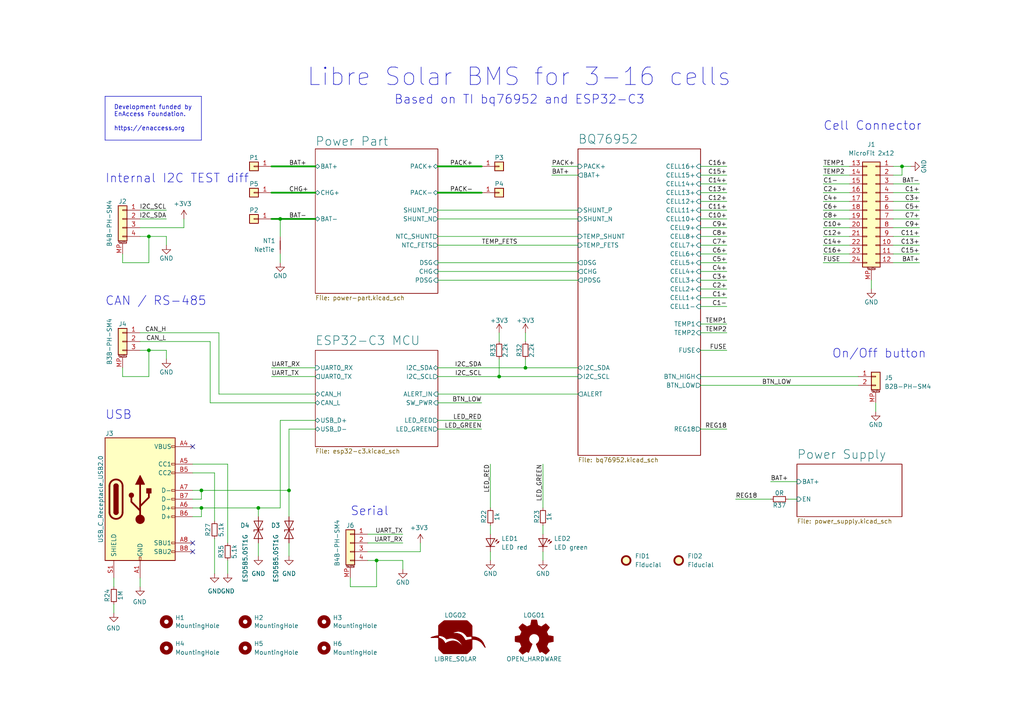
<source format=kicad_sch>
(kicad_sch (version 20230121) (generator eeschema)
  (paper "A4")
  (title_block (title "Libre Solar BMS C1") (date "2023-11-03") (rev "0.4.0") (company "Libre Solar Technologies GmbH") (comment 1 "Website: https://libre.solar") (comment 2 "Author: Martin Jäger") (comment 3 "License: CERN-OHL-W"))
  (lib_symbols
    (symbol "Connector:USB_C_Receptacle_USB2.0" (pin_names (offset 1.016))
      (property "Reference" "J" (at -10.16 19.05 0))
      (property "Value" "USB_C_Receptacle_USB2.0" (at 19.05 19.05 0))
      (symbol "USB_C_Receptacle_USB2.0_1_1"
        (pin passive line (at 0 -22.86 90) (length 5.08) (name "GND") (number "A1"))
        (pin passive line (at 0 -22.86 90) (length 5.08) hide (name "GND") (number "A12"))
        (pin passive line (at 15.24 15.24 180) (length 5.08) (name "VBUS") (number "A4"))
        (pin bidirectional line (at 15.24 10.16 180) (length 5.08) (name "CC1") (number "A5"))
        (pin bidirectional line (at 15.24 -2.54 180) (length 5.08) (name "D+") (number "A6"))
        (pin bidirectional line (at 15.24 2.54 180) (length 5.08) (name "D-") (number "A7"))
        (pin bidirectional line (at 15.24 -12.7 180) (length 5.08) (name "SBU1") (number "A8"))
        (pin passive line (at 15.24 15.24 180) (length 5.08) hide (name "VBUS") (number "A9"))
        (pin passive line (at 0 -22.86 90) (length 5.08) hide (name "GND") (number "B1"))
        (pin passive line (at 0 -22.86 90) (length 5.08) hide (name "GND") (number "B12"))
        (pin passive line (at 15.24 15.24 180) (length 5.08) hide (name "VBUS") (number "B4"))
        (pin bidirectional line (at 15.24 7.62 180) (length 5.08) (name "CC2") (number "B5"))
        (pin bidirectional line (at 15.24 -5.08 180) (length 5.08) (name "D+") (number "B6"))
        (pin bidirectional line (at 15.24 0 180) (length 5.08) (name "D-") (number "B7"))
        (pin bidirectional line (at 15.24 -15.24 180) (length 5.08) (name "SBU2") (number "B8"))
        (pin passive line (at 15.24 15.24 180) (length 5.08) hide (name "VBUS") (number "B9"))
        (pin passive line (at -7.62 -22.86 90) (length 5.08) (name "SHIELD") (number "S1"))
      )
    )
    (symbol "Connector_Generic:Conn_01x01" (pin_names (offset 1.016) hide)
      (property "Reference" "J" (at 0 2.54 0))
      (property "Value" "Conn_01x01" (at 0 -2.54 0))
      (symbol "Conn_01x01_1_1"
        (pin passive line (at -5.08 0 0) (length 3.81) (name "Pin_1") (number "1"))
      )
    )
    (symbol "Connector_Generic_MountingPin:Conn_01x02_MountingPin" (pin_names (offset 1.016) hide)
      (property "Reference" "J" (at 0 2.54 0))
      (property "Value" "Conn_01x02_MountingPin" (at 1.27 -5.08 0))
      (symbol "Conn_01x02_MountingPin_1_1"
        (text "Mounting" (at 0 -4.191 0) (effects (font (size 0.381 0.381))))
        (pin passive line (at -5.08 0 0) (length 3.81) (name "Pin_1") (number "1"))
        (pin passive line (at -5.08 -2.54 0) (length 3.81) (name "Pin_2") (number "2"))
        (pin passive line (at 0 -7.62 90) (length 3.048) (name "MountPin") (number "MP"))
      )
    )
    (symbol "Connector_Generic_MountingPin:Conn_01x03_MountingPin" (pin_names (offset 1.016) hide)
      (property "Reference" "J" (at 0 5.08 0))
      (property "Value" "Conn_01x03_MountingPin" (at 1.27 -5.08 0))
      (symbol "Conn_01x03_MountingPin_1_1"
        (text "Mounting" (at 0 -4.191 0) (effects (font (size 0.381 0.381))))
        (pin passive line (at -5.08 2.54 0) (length 3.81) (name "Pin_1") (number "1"))
        (pin passive line (at -5.08 0 0) (length 3.81) (name "Pin_2") (number "2"))
        (pin passive line (at -5.08 -2.54 0) (length 3.81) (name "Pin_3") (number "3"))
        (pin passive line (at 0 -7.62 90) (length 3.048) (name "MountPin") (number "MP"))
      )
    )
    (symbol "Connector_Generic_MountingPin:Conn_01x04_MountingPin" (pin_names (offset 1.016) hide)
      (property "Reference" "J" (at 0 5.08 0))
      (property "Value" "Conn_01x04_MountingPin" (at 1.27 -7.62 0))
      (symbol "Conn_01x04_MountingPin_1_1"
        (text "Mounting" (at 0 -6.731 0) (effects (font (size 0.381 0.381))))
        (pin passive line (at -5.08 2.54 0) (length 3.81) (name "Pin_1") (number "1"))
        (pin passive line (at -5.08 0 0) (length 3.81) (name "Pin_2") (number "2"))
        (pin passive line (at -5.08 -2.54 0) (length 3.81) (name "Pin_3") (number "3"))
        (pin passive line (at -5.08 -5.08 0) (length 3.81) (name "Pin_4") (number "4"))
        (pin passive line (at 0 -10.16 90) (length 3.048) (name "MountPin") (number "MP"))
      )
    )
    (symbol "Connector_Generic_MountingPin:Conn_02x12_Top_Bottom_MountingPin" (pin_names (offset 1.016) hide)
      (property "Reference" "J" (at 1.27 15.24 0))
      (property "Value" "Conn_02x12_Top_Bottom_MountingPin" (at 2.54 -17.78 0))
      (symbol "Conn_02x12_Top_Bottom_MountingPin_1_1"
        (text "Mounting" (at 1.27 -16.891 0) (effects (font (size 0.381 0.381))))
        (pin passive line (at -5.08 12.7 0) (length 3.81) (name "Pin_1") (number "1"))
        (pin passive line (at -5.08 -10.16 0) (length 3.81) (name "Pin_10") (number "10"))
        (pin passive line (at -5.08 -12.7 0) (length 3.81) (name "Pin_11") (number "11"))
        (pin passive line (at -5.08 -15.24 0) (length 3.81) (name "Pin_12") (number "12"))
        (pin passive line (at 7.62 12.7 180) (length 3.81) (name "Pin_13") (number "13"))
        (pin passive line (at 7.62 10.16 180) (length 3.81) (name "Pin_14") (number "14"))
        (pin passive line (at 7.62 7.62 180) (length 3.81) (name "Pin_15") (number "15"))
        (pin passive line (at 7.62 5.08 180) (length 3.81) (name "Pin_16") (number "16"))
        (pin passive line (at 7.62 2.54 180) (length 3.81) (name "Pin_17") (number "17"))
        (pin passive line (at 7.62 0 180) (length 3.81) (name "Pin_18") (number "18"))
        (pin passive line (at 7.62 -2.54 180) (length 3.81) (name "Pin_19") (number "19"))
        (pin passive line (at -5.08 10.16 0) (length 3.81) (name "Pin_2") (number "2"))
        (pin passive line (at 7.62 -5.08 180) (length 3.81) (name "Pin_20") (number "20"))
        (pin passive line (at 7.62 -7.62 180) (length 3.81) (name "Pin_21") (number "21"))
        (pin passive line (at 7.62 -10.16 180) (length 3.81) (name "Pin_22") (number "22"))
        (pin passive line (at 7.62 -12.7 180) (length 3.81) (name "Pin_23") (number "23"))
        (pin passive line (at 7.62 -15.24 180) (length 3.81) (name "Pin_24") (number "24"))
        (pin passive line (at -5.08 7.62 0) (length 3.81) (name "Pin_3") (number "3"))
        (pin passive line (at -5.08 5.08 0) (length 3.81) (name "Pin_4") (number "4"))
        (pin passive line (at -5.08 2.54 0) (length 3.81) (name "Pin_5") (number "5"))
        (pin passive line (at -5.08 0 0) (length 3.81) (name "Pin_6") (number "6"))
        (pin passive line (at -5.08 -2.54 0) (length 3.81) (name "Pin_7") (number "7"))
        (pin passive line (at -5.08 -5.08 0) (length 3.81) (name "Pin_8") (number "8"))
        (pin passive line (at -5.08 -7.62 0) (length 3.81) (name "Pin_9") (number "9"))
        (pin passive line (at 1.27 -20.32 90) (length 3.048) (name "MountPin") (number "MP"))
      )
    )
    (symbol "Device:NetTie_2" (pin_numbers hide) (pin_names (offset 0) hide)
      (property "Reference" "NT" (at 0 1.27 0))
      (property "Value" "NetTie_2" (at 0 -1.27 0))
      (symbol "NetTie_2_1_1"
        (pin passive line (at -2.54 0 0) (length 2.54) (name "1") (number "1"))
        (pin passive line (at 2.54 0 180) (length 2.54) (name "2") (number "2"))
      )
    )
    (symbol "Diode:SZESD9B5.0ST5G" (pin_numbers hide) (pin_names (offset 1.016) hide)
      (property "Reference" "D" (at 0 2.54 0))
      (property "Value" "SZESD9B5.0ST5G" (at 0 -2.54 0))
      (symbol "SZESD9B5.0ST5G_1_1"
        (pin passive line (at -3.81 0 0) (length 2.54) (name "A1") (number "1"))
        (pin passive line (at 3.81 0 180) (length 2.54) (name "A2") (number "2"))
      )
    )
    (symbol "Graphic:Logo_Open_Hardware_Small" (pin_names (offset 1.016)))
    (symbol "LibreSolar:LED" (pin_numbers hide) (pin_names (offset 1.016) hide)
      (property "Reference" "D" (at 3.175 1.27 0))
      (property "Value" "LED" (at 3.175 -1.27 0))
      (symbol "LED_1_1"
        (pin passive line (at 0 -2.54 90) (length 1.27) (name "K") (number "1"))
        (pin passive line (at 0 2.54 270) (length 1.27) (name "A") (number "2"))
      )
    )
    (symbol "LibreSolar:Logo_Libre_Solar" (pin_numbers hide) (pin_names (offset 1.016) hide)
      (property "Reference" "LOGO" (at 0 6.985 0))
      (property "Value" "Logo_Libre_Solar" (at 0 -5.715 0))
    )
    (symbol "LibreSolar:R" (pin_numbers hide) (pin_names (offset 0.254) hide)
      (property "Reference" "R" (at -1.905 0 90))
      (property "Value" "R" (at 1.905 0 90))
      (symbol "R_1_1"
        (pin passive line (at 0 2.54 270) (length 0.762) (name "~") (number "1"))
        (pin passive line (at 0 -2.54 90) (length 0.762) (name "~") (number "2"))
      )
    )
    (symbol "Mechanical:Fiducial"
      (property "Reference" "FID" (at 0 5.08 0))
      (property "Value" "Fiducial" (at 0 3.175 0))
    )
    (symbol "Mechanical:MountingHole" (pin_names (offset 1.016))
      (property "Reference" "H" (at 0 5.08 0))
      (property "Value" "MountingHole" (at 0 3.175 0))
    )
    (symbol "power:+3.3V" (power) (pin_names (offset 0))
      (property "Value" "+3.3V" (at 0 3.556 0))
      (symbol "+3.3V_1_1"
        (pin power_in line (at 0 0 90) (length 0) hide (name "+3V3") (number "1"))
      )
    )
    (symbol "power:+3V3" (power) (pin_names (offset 0))
      (property "Value" "+3V3" (at 0 3.556 0))
      (symbol "+3V3_1_1"
        (pin power_in line (at 0 0 90) (length 0) hide (name "+3V3") (number "1"))
      )
    )
    (symbol "power:GND" (power) (pin_names (offset 0))
      (property "Value" "GND" (at 0 -3.81 0))
      (symbol "GND_1_1"
        (pin power_in line (at 0 0 270) (length 0) hide (name "GND") (number "1"))
      )
    )
  )
  (junction (at 43.18 68.58))
  (junction (at 74.93 147.32))
  (junction (at 152.4 106.68))
  (junction (at 43.18 101.6))
  (junction (at 58.42 142.24))
  (junction (at 81.28 63.5))
  (junction (at 83.82 142.24))
  (junction (at 58.42 147.32))
  (junction (at 261.62 48.26))
  (junction (at 144.78 109.22))
  (junction (at 109.22 162.56))
  (no_connect (at 55.88 160.02))
  (no_connect (at 55.88 129.54))
  (no_connect (at 55.88 157.48))
  (wire (pts (xy 53.34 66.04) (xy 40.64 66.04)))
  (wire (pts (xy 35.56 106.68) (xy 35.56 109.22)))
  (wire (pts (xy 259.08 55.88) (xy 266.7 55.88)))
  (wire (pts (xy 127 78.74) (xy 167.64 78.74)))
  (wire (pts (xy 238.76 60.96) (xy 246.38 60.96)))
  (wire (pts (xy 74.93 147.32) (xy 74.93 149.86)))
  (wire (pts (xy 160.02 48.26) (xy 167.64 48.26)))
  (wire (pts (xy 66.04 134.62) (xy 66.04 157.48)))
  (wire (pts (xy 127 63.5) (xy 167.64 63.5)))
  (wire (pts (xy 238.76 73.66) (xy 246.38 73.66)))
  (wire (pts (xy 152.4 104.14) (xy 152.4 106.68)))
  (wire (pts (xy 139.7 124.46) (xy 127 124.46)))
  (wire (pts (xy 48.26 68.58) (xy 43.18 68.58)))
  (wire (pts (xy 127 114.3) (xy 167.64 114.3)))
  (wire (pts (xy 101.6 167.64) (xy 101.6 170.18)))
  (wire (pts (xy 259.08 71.12) (xy 266.7 71.12)))
  (wire (pts (xy 35.56 76.2) (xy 43.18 76.2)))
  (wire (pts (xy 210.82 88.9) (xy 203.2 88.9)))
  (wire (pts (xy 127 76.2) (xy 167.64 76.2)))
  (wire (pts (xy 152.4 106.68) (xy 167.64 106.68)))
  (wire (pts (xy 210.82 76.2) (xy 203.2 76.2)))
  (wire (pts (xy 210.82 60.96) (xy 203.2 60.96)))
  (wire (pts (xy 259.08 68.58) (xy 266.7 68.58)))
  (wire (pts (xy 91.44 116.84) (xy 60.96 116.84)))
  (wire (pts (xy 78.74 63.5) (xy 81.28 63.5)) (stroke (width 0.508)))
  (wire (pts (xy 83.82 124.46) (xy 83.82 142.24)))
  (wire (pts (xy 35.56 109.22) (xy 43.18 109.22)))
  (wire (pts (xy 81.28 147.32) (xy 74.93 147.32)))
  (wire (pts (xy 91.44 121.92) (xy 81.28 121.92)))
  (wire (pts (xy 91.44 114.3) (xy 63.5 114.3)))
  (wire (pts (xy 58.42 149.86) (xy 55.88 149.86)))
  (wire (pts (xy 81.28 73.66) (xy 81.28 76.2)))
  (wire (pts (xy 81.28 63.5) (xy 81.28 68.58)))
  (wire (pts (xy 210.82 78.74) (xy 203.2 78.74)))
  (wire (pts (xy 238.76 66.04) (xy 246.38 66.04)))
  (wire (pts (xy 83.82 142.24) (xy 83.82 149.86)))
  (wire (pts (xy 33.02 175.26) (xy 33.02 177.8)))
  (wire (pts (xy 63.5 96.52) (xy 63.5 114.3)))
  (wire (pts (xy 81.28 63.5) (xy 91.44 63.5)) (stroke (width 0.508)))
  (wire (pts (xy 238.76 55.88) (xy 246.38 55.88)))
  (wire (pts (xy 101.6 170.18) (xy 109.22 170.18)))
  (wire (pts (xy 142.24 160.02) (xy 142.24 162.56)))
  (wire (pts (xy 144.78 109.22) (xy 127 109.22)))
  (wire (pts (xy 259.08 48.26) (xy 261.62 48.26)))
  (wire (pts (xy 40.64 101.6) (xy 43.18 101.6)))
  (wire (pts (xy 48.26 63.5) (xy 40.64 63.5)))
  (wire (pts (xy 83.82 124.46) (xy 91.44 124.46)))
  (wire (pts (xy 55.88 134.62) (xy 66.04 134.62)))
  (wire (pts (xy 261.62 48.26) (xy 261.62 50.8)))
  (wire (pts (xy 109.22 162.56) (xy 106.68 162.56)))
  (wire (pts (xy 35.56 73.66) (xy 35.56 76.2)))
  (wire (pts (xy 40.64 170.18) (xy 40.64 167.64)))
  (wire (pts (xy 210.82 96.52) (xy 203.2 96.52)))
  (wire (pts (xy 210.82 68.58) (xy 203.2 68.58)))
  (wire (pts (xy 58.42 147.32) (xy 74.93 147.32)))
  (wire (pts (xy 203.2 109.22) (xy 248.92 109.22)))
  (wire (pts (xy 116.84 162.56) (xy 109.22 162.56)))
  (wire (pts (xy 48.26 101.6) (xy 48.26 104.14)))
  (polyline (pts (xy 58.42 27.94) (xy 58.42 40.64)))
  (wire (pts (xy 238.76 71.12) (xy 246.38 71.12)))
  (wire (pts (xy 40.64 96.52) (xy 63.5 96.52)))
  (wire (pts (xy 109.22 170.18) (xy 109.22 162.56)))
  (wire (pts (xy 142.24 152.4) (xy 142.24 154.94)))
  (wire (pts (xy 78.74 55.88) (xy 91.44 55.88)) (stroke (width 0.508)))
  (wire (pts (xy 266.7 76.2) (xy 259.08 76.2)))
  (wire (pts (xy 266.7 53.34) (xy 259.08 53.34)))
  (wire (pts (xy 210.82 55.88) (xy 203.2 55.88)))
  (wire (pts (xy 157.48 160.02) (xy 157.48 162.56)))
  (wire (pts (xy 48.26 60.96) (xy 40.64 60.96)))
  (wire (pts (xy 144.78 104.14) (xy 144.78 109.22)))
  (wire (pts (xy 261.62 50.8) (xy 259.08 50.8)))
  (wire (pts (xy 238.76 68.58) (xy 246.38 68.58)))
  (polyline (pts (xy 30.48 27.94) (xy 58.42 27.94)))
  (wire (pts (xy 91.44 106.68) (xy 78.74 106.68)))
  (wire (pts (xy 246.38 50.8) (xy 238.76 50.8)))
  (wire (pts (xy 142.24 134.62) (xy 142.24 147.32)))
  (wire (pts (xy 210.82 83.82) (xy 203.2 83.82)))
  (wire (pts (xy 259.08 66.04) (xy 266.7 66.04)))
  (wire (pts (xy 127 55.88) (xy 139.7 55.88)) (stroke (width 0.508)))
  (wire (pts (xy 40.64 99.06) (xy 60.96 99.06)))
  (wire (pts (xy 238.76 63.5) (xy 246.38 63.5)))
  (wire (pts (xy 55.88 144.78) (xy 58.42 144.78)))
  (wire (pts (xy 139.7 116.84) (xy 127 116.84)))
  (wire (pts (xy 210.82 58.42) (xy 203.2 58.42)))
  (wire (pts (xy 62.23 151.13) (xy 62.23 137.16)))
  (wire (pts (xy 238.76 53.34) (xy 246.38 53.34)))
  (wire (pts (xy 81.28 121.92) (xy 81.28 147.32)))
  (wire (pts (xy 210.82 53.34) (xy 203.2 53.34)))
  (wire (pts (xy 127 60.96) (xy 167.64 60.96)))
  (wire (pts (xy 246.38 76.2) (xy 238.76 76.2)))
  (wire (pts (xy 55.88 147.32) (xy 58.42 147.32)))
  (wire (pts (xy 78.74 48.26) (xy 91.44 48.26)) (stroke (width 0.508)))
  (wire (pts (xy 246.38 48.26) (xy 238.76 48.26)))
  (wire (pts (xy 210.82 66.04) (xy 203.2 66.04)))
  (wire (pts (xy 152.4 106.68) (xy 127 106.68)))
  (wire (pts (xy 127 81.28) (xy 167.64 81.28)))
  (wire (pts (xy 210.82 86.36) (xy 203.2 86.36)))
  (wire (pts (xy 43.18 109.22) (xy 43.18 101.6)))
  (wire (pts (xy 254 116.84) (xy 254 119.38)))
  (wire (pts (xy 60.96 99.06) (xy 60.96 116.84)))
  (wire (pts (xy 238.76 58.42) (xy 246.38 58.42)))
  (wire (pts (xy 62.23 137.16) (xy 55.88 137.16)))
  (wire (pts (xy 127 68.58) (xy 167.64 68.58)))
  (wire (pts (xy 259.08 58.42) (xy 266.7 58.42)))
  (wire (pts (xy 259.08 60.96) (xy 266.7 60.96)))
  (wire (pts (xy 203.2 124.46) (xy 210.82 124.46)))
  (wire (pts (xy 264.16 48.26) (xy 261.62 48.26)))
  (wire (pts (xy 203.2 101.6) (xy 210.82 101.6)))
  (wire (pts (xy 139.7 121.92) (xy 127 121.92)))
  (polyline (pts (xy 30.48 27.94) (xy 30.48 40.64)))
  (wire (pts (xy 58.42 147.32) (xy 58.42 149.86)))
  (wire (pts (xy 210.82 71.12) (xy 203.2 71.12)))
  (wire (pts (xy 157.48 134.62) (xy 157.48 147.32)))
  (wire (pts (xy 210.82 63.5) (xy 203.2 63.5)))
  (wire (pts (xy 66.04 162.56) (xy 66.04 166.37)))
  (wire (pts (xy 152.4 96.52) (xy 152.4 99.06)))
  (wire (pts (xy 144.78 109.22) (xy 167.64 109.22)))
  (wire (pts (xy 116.84 162.56) (xy 116.84 165.1)))
  (wire (pts (xy 210.82 81.28) (xy 203.2 81.28)))
  (wire (pts (xy 74.93 157.48) (xy 74.93 161.29)))
  (polyline (pts (xy 58.42 40.64) (xy 30.48 40.64)))
  (wire (pts (xy 58.42 142.24) (xy 83.82 142.24)))
  (wire (pts (xy 62.23 156.21) (xy 62.23 166.37)))
  (wire (pts (xy 116.84 157.48) (xy 106.68 157.48)))
  (wire (pts (xy 160.02 50.8) (xy 167.64 50.8)))
  (wire (pts (xy 259.08 73.66) (xy 266.7 73.66)))
  (wire (pts (xy 48.26 68.58) (xy 48.26 71.12)))
  (wire (pts (xy 43.18 68.58) (xy 40.64 68.58)))
  (wire (pts (xy 43.18 101.6) (xy 48.26 101.6)))
  (wire (pts (xy 127 71.12) (xy 167.64 71.12)))
  (wire (pts (xy 53.34 66.04) (xy 53.34 63.5)))
  (wire (pts (xy 252.73 81.28) (xy 252.73 83.82)))
  (wire (pts (xy 58.42 142.24) (xy 55.88 142.24)))
  (wire (pts (xy 127 48.26) (xy 139.7 48.26)) (stroke (width 0.508)))
  (wire (pts (xy 213.36 144.78) (xy 223.52 144.78)))
  (wire (pts (xy 210.82 50.8) (xy 203.2 50.8)))
  (wire (pts (xy 203.2 111.76) (xy 248.92 111.76)))
  (wire (pts (xy 231.14 139.7) (xy 223.52 139.7)))
  (wire (pts (xy 83.82 157.48) (xy 83.82 161.29)))
  (wire (pts (xy 228.6 144.78) (xy 231.14 144.78)))
  (wire (pts (xy 210.82 48.26) (xy 203.2 48.26)))
  (wire (pts (xy 259.08 63.5) (xy 266.7 63.5)))
  (wire (pts (xy 91.44 109.22) (xy 78.74 109.22)))
  (wire (pts (xy 121.92 160.02) (xy 121.92 157.48)))
  (wire (pts (xy 116.84 154.94) (xy 106.68 154.94)))
  (wire (pts (xy 210.82 93.98) (xy 203.2 93.98)))
  (wire (pts (xy 157.48 152.4) (xy 157.48 154.94)))
  (wire (pts (xy 121.92 160.02) (xy 106.68 160.02)))
  (wire (pts (xy 210.82 73.66) (xy 203.2 73.66)))
  (wire (pts (xy 43.18 76.2) (xy 43.18 68.58)))
  (wire (pts (xy 58.42 144.78) (xy 58.42 142.24)))
  (wire (pts (xy 144.78 96.52) (xy 144.78 99.06)))
  (wire (pts (xy 33.02 167.64) (xy 33.02 170.18)))
  (text "Based on TI bq76952 and ESP32-C3" (at 114.3 30.48 0) (effects (font (size 2.54 2.54)) (justify left bottom)))
  (text "CAN / RS-485" (at 30.48 88.9 0) (effects (font (size 2.54 2.54)) (justify left bottom)))
  (text "Development funded by\nEnAccess Foundation.\n\nhttps://enaccess.org" (at 33.02 38.1 0) (effects (font (size 1.27 1.27)) (justify left bottom)))
  (text "USB" (at 30.48 121.92 0) (effects (font (size 2.54 2.54)) (justify left bottom)))
  (text "Serial" (at 101.6 149.86 0) (effects (font (size 2.54 2.54)) (justify left bottom)))
  (text "Libre Solar BMS for 3-16 cells" (at 88.9 25.4 0) (effects (font (size 5.08 5.08)) (justify left bottom)))
  (text "Cell Connector" (at 238.76 38.1 0) (effects (font (size 2.54 2.54)) (justify left bottom)))
  (text "Internal I2C TEST diff" (at 30.48 53.34 0) (effects (font (size 2.54 2.54)) (justify left bottom)))
  (text "On/Off button" (at 241.3 104.14 0) (effects (font (size 2.54 2.54)) (justify left bottom)))
  (label "REG18" (at 213.36 144.78 0))
  (label "C8+" (at 210.82 68.58 180))
  (label "C2+" (at 238.76 55.88 0))
  (label "CAN_L" (at 48.26 99.06 180))
  (label "TEMP1" (at 210.82 93.98 180))
  (label "UART_TX" (at 116.84 154.94 180))
  (label "C16+" (at 238.76 73.66 0))
  (label "BAT+" (at 266.7 76.2 180))
  (label "C12+" (at 210.82 58.42 180))
  (label "C2+" (at 210.82 83.82 180))
  (label "C1+" (at 210.82 86.36 180))
  (label "C14+" (at 210.82 53.34 180))
  (label "PACK+" (at 160.02 48.26 0))
  (label "I2C_SDA" (at 139.7 106.68 180))
  (label "I2C_SCL" (at 139.7 109.22 180))
  (label "C7+" (at 266.7 63.5 180))
  (label "C8+" (at 238.76 63.5 0))
  (label "UART_RX" (at 78.74 106.68 0))
  (label "C1-" (at 238.76 53.34 0))
  (label "C6+" (at 210.82 73.66 180))
  (label "C5+" (at 266.7 60.96 180))
  (label "C7+" (at 210.82 71.12 180))
  (label "C4+" (at 210.82 78.74 180))
  (label "FUSE" (at 210.82 101.6 180))
  (label "LED_GREEN" (at 139.7 124.46 180))
  (label "FUSE" (at 238.76 76.2 0))
  (label "UART_TX" (at 78.74 109.22 0))
  (label "C12+" (at 238.76 68.58 0))
  (label "PACK+" (at 137.16 48.26 180))
  (label "PACK-" (at 137.16 55.88 180))
  (label "C10+" (at 210.82 63.5 180))
  (label "C4+" (at 238.76 58.42 0))
  (label "TEMP2" (at 210.82 96.52 180))
  (label "C13+" (at 210.82 55.88 180))
  (label "TEMP2" (at 238.76 50.8 0))
  (label "CHG+" (at 83.82 55.88 0))
  (label "REG18" (at 210.82 124.46 180))
  (label "C15+" (at 266.7 73.66 180))
  (label "C11+" (at 210.82 60.96 180))
  (label "BAT-" (at 266.7 53.34 180))
  (label "C6+" (at 238.76 60.96 0))
  (label "C1-" (at 210.82 88.9 180))
  (label "BTN_LOW" (at 220.98 111.76 0))
  (label "UART_RX" (at 116.84 157.48 180))
  (label "TEMP1" (at 238.76 48.26 0))
  (label "C13+" (at 266.7 71.12 180))
  (label "BAT+" (at 83.82 48.26 0))
  (label "BAT+" (at 160.02 50.8 0))
  (label "C11+" (at 266.7 68.58 180))
  (label "C10+" (at 238.76 66.04 0))
  (label "C9+" (at 210.82 66.04 180))
  (label "LED_RED" (at 142.24 134.62 270))
  (label "BAT-" (at 83.82 63.5 0))
  (label "LED_RED" (at 139.7 121.92 180))
  (label "I2C_SDA" (at 48.26 63.5 180))
  (label "TEMP_FETS" (at 139.7 71.12 0))
  (label "BAT+" (at 223.52 139.7 0))
  (label "BTN_LOW" (at 139.7 116.84 180))
  (label "C3+" (at 210.82 81.28 180))
  (label "LED_GREEN" (at 157.48 134.62 270))
  (label "C5+" (at 210.82 76.2 180))
  (label "C14+" (at 238.76 71.12 0))
  (label "CAN_H" (at 48.26 96.52 180))
  (label "I2C_SCL" (at 48.26 60.96 180))
  (label "C15+" (at 210.82 50.8 180))
  (label "C1+" (at 266.7 55.88 180))
  (label "C9+" (at 266.7 66.04 180))
  (label "C3+" (at 266.7 58.42 180))
  (label "C16+" (at 210.82 48.26 180))
  (symbol (lib_id "LibreSolar:Logo_Libre_Solar") (at 132.08 185.42 0) (unit 1)
    (property "Reference" "LOGO2" (at 132.08 178.435 0))
    (property "Value" "LIBRE_SOLAR" (at 132.08 191.135 0))
    (property "Footprint" "LibreSolar:LIBRESOLAR_LOGO" (effects hide))
  )
  (symbol (lib_id "Graphic:Logo_Open_Hardware_Small") (at 154.94 185.42 0) (unit 1)
    (property "Reference" "LOGO1" (at 154.94 178.435 0))
    (property "Value" "OPEN_HARDWARE" (at 154.94 191.135 0))
    (property "Footprint" "Symbol:OSHW-Logo_5.7x6mm_SilkScreen" (effects hide))
  )
  (symbol (lib_id "power:GND") (at 40.64 170.18 0) (mirror y) (unit 1)
    (property "Reference" "#PWR0116" (effects hide))
    (property "Value" "GND" (at 40.513 174.5742 0))
  )
  (symbol (lib_id "Mechanical:MountingHole") (at 48.26 180.34 0) (unit 1)
    (property "Reference" "H1" (at 50.8 179.1716 0) (effects (justify left)))
    (property "Value" "MountingHole" (at 50.8 181.483 0) (effects (justify left)))
    (property "Footprint" "MountingHole:MountingHole_3.2mm_M3_Pad_TopBottom" (effects hide))
  )
  (symbol (lib_id "Mechanical:MountingHole") (at 71.12 180.34 0) (unit 1)
    (property "Reference" "H2" (at 73.66 179.1716 0) (effects (justify left)))
    (property "Value" "MountingHole" (at 73.66 181.483 0) (effects (justify left)))
    (property "Footprint" "MountingHole:MountingHole_3.2mm_M3_Pad_TopBottom" (effects hide))
  )
  (symbol (lib_id "power:+3V3") (at 53.34 63.5 0) (mirror y) (unit 1)
    (property "Reference" "#PWR0146" (effects hide))
    (property "Value" "+3V3" (at 52.959 59.1058 0))
  )
  (symbol (lib_id "Connector_Generic_MountingPin:Conn_01x04_MountingPin") (at 35.56 63.5 0) (mirror y) (unit 1)
    (property "Reference" "J2" (at 35.56 58.42 0))
    (property "Value" "B4B-PH-SM4" (at 31.75 64.77 90))
    (property "Footprint" "Connector_JST:JST_PH_B4B-PH-SM4-TB_1x04-1MP_P2.00mm_Vertical" (effects hide))
    (property "Manufacturer" "JST" (effects hide))
    (property "Remarks" "Alternative: Würth 620304124022" (effects hide))
    (property "PartNumber" "B4B-PH-SM4-TB(LF)(SN)" (effects hide))
    (property "LCSC" "C160354" (effects hide))
  )
  (symbol (lib_id "power:GND") (at 81.28 76.2 0) (mirror y) (unit 1)
    (property "Reference" "#PWR0107" (effects hide))
    (property "Value" "GND" (at 81.28 80.01 0))
  )
  (symbol (lib_id "Connector_Generic_MountingPin:Conn_01x02_MountingPin") (at 254 109.22 0) (unit 1)
    (property "Reference" "J5" (at 256.54 109.5755 0) (effects (justify left)))
    (property "Value" "B2B-PH-SM4" (at 256.54 112.1155 0) (effects (justify left)))
    (property "Footprint" "Connector_JST:JST_PH_B2B-PH-SM4-TB_1x02-1MP_P2.00mm_Vertical" (effects hide))
    (property "Manufacturer" "JST" (effects hide))
    (property "Remarks" "Alternative: Würth 620302124022" (effects hide))
    (property "PartNumber" "B2B-PH-SM4-TB(LF)(SN)" (effects hide))
    (property "LCSC" "C160352" (effects hide))
  )
  (symbol (lib_id "Diode:SZESD9B5.0ST5G") (at 83.82 153.67 270) (mirror x) (unit 1)
    (property "Reference" "D3" (at 81.28 152.3999 90) (effects (justify right)))
    (property "Value" "ESD5B5.0ST1G" (at 80.01 154.94 0) (effects (justify right)))
    (property "Footprint" "LibreSolar:D_SOD-523" (effects hide))
    (property "Datasheet" "https://www.mouser.de/datasheet/2/308/1/ESD5B5_0ST1_D-2311335.pdf" (effects hide))
    (property "Manufacturer" "onsemi" (effects hide))
    (property "PartNumber" "ESD5B5.0ST1G" (effects hide))
    (property "LCSC" "C93623" (effects hide))
  )
  (symbol (lib_id "power:+3V3") (at 121.92 157.48 0) (mirror y) (unit 1)
    (property "Reference" "#PWR0147" (effects hide))
    (property "Value" "+3V3" (at 121.539 153.0858 0))
  )
  (symbol (lib_id "power:GND") (at 33.02 177.8 0) (mirror y) (unit 1)
    (property "Reference" "#PWR011" (effects hide))
    (property "Value" "GND" (at 32.893 182.1942 0))
  )
  (symbol (lib_id "LibreSolar:R") (at 33.02 172.72 0) (mirror x) (unit 1)
    (property "Reference" "R24" (at 31.115 172.72 90))
    (property "Value" "1M" (at 34.925 172.72 90))
    (property "Footprint" "LibreSolar:R_0603_1608" (effects hide))
    (property "Manufacturer" "Yageo" (effects hide))
    (property "PartNumber" "RC0603FR-071ML" (effects hide))
  )
  (symbol (lib_id "Connector_Generic_MountingPin:Conn_02x12_Top_Bottom_MountingPin") (at 254 60.96 0) (mirror y) (unit 1)
    (property "Reference" "J1" (at 252.73 41.91 0))
    (property "Value" "MicroFit 2x12" (at 252.73 44.45 0))
    (property "Footprint" "Connector_Molex:Molex_Micro-Fit_3.0_43045-2410_2x12-1MP_P3.00mm_Horizontal" (effects hide))
    (property "Manufacturer" "Würth" (effects hide))
    (property "PartNumber" "662024231722" (effects hide))
    (property "Remarks" "Mating connector: 662024113322" (effects hide))
  )
  (symbol (lib_id "Connector_Generic:Conn_01x01") (at 144.78 55.88 0) (unit 1)
    (property "Reference" "P4" (at 144.78 53.34 0))
    (property "Value" "CONN_01X01" (effects hide))
    (property "Footprint" "LibreSolar:Wuerth_PowerOne_SMD_LF990005" (effects hide))
    (property "Manufacturer" "Erni" (effects hide))
    (property "PartNumber" "225852-E" (effects hide))
    (property "Remarks" "Alternative: Würth LF990005" (effects hide))
    (property "LCSC" "C3217898" (effects hide))
  )
  (symbol (lib_id "Mechanical:Fiducial") (at 196.85 162.56 0) (unit 1)
    (property "Reference" "FID2" (at 199.39 161.2899 0) (effects (justify left)))
    (property "Value" "Fiducial" (at 199.39 163.8299 0) (effects (justify left)))
    (property "Footprint" "Fiducial:Fiducial_1mm_Mask2mm" (effects hide))
  )
  (symbol (lib_id "power:GND") (at 252.73 83.82 0) (mirror y) (unit 1)
    (property "Reference" "#PWR0155" (effects hide))
    (property "Value" "GND" (at 252.73 87.63 0))
  )
  (symbol (lib_id "Mechanical:Fiducial") (at 181.61 162.56 0) (unit 1)
    (property "Reference" "FID1" (at 184.15 161.2899 0) (effects (justify left)))
    (property "Value" "Fiducial" (at 184.15 163.8299 0) (effects (justify left)))
    (property "Footprint" "Fiducial:Fiducial_1mm_Mask2mm" (effects hide))
  )
  (symbol (lib_id "power:GND") (at 264.16 48.26 90) (unit 1)
    (property "Reference" "#PWR0110" (effects hide))
    (property "Value" "GND" (at 267.97 48.26 0))
  )
  (symbol (lib_id "Connector_Generic:Conn_01x01") (at 73.66 63.5 0) (mirror y) (unit 1)
    (property "Reference" "P2" (at 73.66 60.96 0))
    (property "Value" "CONN_01X01" (effects hide))
    (property "Footprint" "LibreSolar:Wuerth_PowerOne_SMD_LF990005" (effects hide))
    (property "Manufacturer" "Erni" (effects hide))
    (property "PartNumber" "225852-E" (effects hide))
    (property "Remarks" "Alternative: Würth LF990005" (effects hide))
    (property "LCSC" "C3217898" (effects hide))
  )
  (symbol (lib_id "Connector_Generic:Conn_01x01") (at 144.78 48.26 0) (unit 1)
    (property "Reference" "P3" (at 144.78 45.72 0))
    (property "Value" "CONN_01X01" (effects hide))
    (property "Footprint" "LibreSolar:Wuerth_PowerOne_SMD_LF990005" (effects hide))
    (property "Manufacturer" "Erni" (effects hide))
    (property "PartNumber" "225852-E" (effects hide))
    (property "Remarks" "Alternative: Würth LF990005" (effects hide))
    (property "LCSC" "C3217898" (effects hide))
  )
  (symbol (lib_id "Mechanical:MountingHole") (at 48.26 187.96 0) (unit 1)
    (property "Reference" "H4" (at 50.8 186.6899 0) (effects (justify left)))
    (property "Value" "MountingHole" (at 50.8 189.2299 0) (effects (justify left)))
    (property "Footprint" "MountingHole:MountingHole_3.2mm_M3_Pad_TopBottom" (effects hide))
  )
  (symbol (lib_id "Connector_Generic:Conn_01x01") (at 73.66 55.88 0) (mirror y) (unit 1)
    (property "Reference" "P5" (at 73.66 53.34 0))
    (property "Value" "CONN_01X01" (effects hide))
    (property "Footprint" "Connector_Wire:SolderWirePad_1x01_SMD_5x10mm" (effects hide))
  )
  (symbol (lib_id "LibreSolar:LED") (at 142.24 157.48 0) (unit 1)
    (property "Reference" "LED1" (at 145.415 156.21 0) (effects (justify left)))
    (property "Value" "LED red" (at 145.415 158.75 0) (effects (justify left)))
    (property "Footprint" "LED_SMD:LED_0603_1608Metric" (effects hide))
    (property "Manufacturer" "Lite-On" (effects hide))
    (property "Remarks" "red" (effects hide))
    (property "LCSC" "C94869" (effects hide))
    (property "PartNumber" "LTST-C190KRKT" (effects hide))
  )
  (symbol (lib_id "power:GND") (at 62.23 166.37 0) (mirror y) (unit 1)
    (property "Reference" "#PWR018" (effects hide))
    (property "Value" "GND" (at 62.23 171.45 0))
  )
  (symbol (lib_id "Mechanical:MountingHole") (at 93.98 180.34 0) (unit 1)
    (property "Reference" "H3" (at 96.52 179.1716 0) (effects (justify left)))
    (property "Value" "MountingHole" (at 96.52 181.483 0) (effects (justify left)))
    (property "Footprint" "MountingHole:MountingHole_3.2mm_M3_Pad_TopBottom" (effects hide))
  )
  (symbol (lib_id "power:GND") (at 48.26 104.14 0) (unit 1)
    (property "Reference" "#PWR0154" (effects hide))
    (property "Value" "GND" (at 48.26 107.95 0))
  )
  (symbol (lib_id "Mechanical:MountingHole") (at 93.98 187.96 0) (unit 1)
    (property "Reference" "H6" (at 96.52 186.6899 0) (effects (justify left)))
    (property "Value" "MountingHole" (at 96.52 189.2299 0) (effects (justify left)))
    (property "Footprint" "MountingHole:MountingHole_3.2mm_M3_Pad_TopBottom" (effects hide))
  )
  (symbol (lib_id "Mechanical:MountingHole") (at 71.12 187.96 0) (unit 1)
    (property "Reference" "H5" (at 73.66 186.6899 0) (effects (justify left)))
    (property "Value" "MountingHole" (at 73.66 189.2299 0) (effects (justify left)))
    (property "Footprint" "MountingHole:MountingHole_3.2mm_M3_Pad_TopBottom" (effects hide))
  )
  (symbol (lib_id "power:+3.3V") (at 152.4 96.52 0) (mirror y) (unit 1)
    (property "Reference" "#PWR0114" (effects hide))
    (property "Value" "+3.3V" (at 152.4 92.964 0))
  )
  (symbol (lib_id "power:GND") (at 157.48 162.56 0) (unit 1)
    (property "Reference" "#PWR0119" (effects hide))
    (property "Value" "GND" (at 157.48 166.37 0))
  )
  (symbol (lib_id "LibreSolar:R") (at 142.24 149.86 0) (mirror x) (unit 1)
    (property "Reference" "R22" (at 140.335 149.86 90))
    (property "Value" "1k" (at 144.145 149.86 90))
    (property "Footprint" "LibreSolar:R_0603_1608" (effects hide))
    (property "Manufacturer" "Yageo" (effects hide))
    (property "PartNumber" "RC0603FR-071KL" (effects hide))
  )
  (symbol (lib_id "LibreSolar:R") (at 62.23 153.67 0) (mirror x) (unit 1)
    (property "Reference" "R27" (at 60.325 153.67 90))
    (property "Value" "5.1k" (at 64.135 153.67 90))
    (property "Footprint" "LibreSolar:R_0603_1608" (effects hide))
    (property "Manufacturer" "Yageo" (effects hide))
    (property "PartNumber" "RC0603FR-075K1L" (effects hide))
  )
  (symbol (lib_id "LibreSolar:R") (at 157.48 149.86 0) (mirror x) (unit 1)
    (property "Reference" "R23" (at 155.702 149.86 90))
    (property "Value" "1k" (at 159.258 149.86 90))
    (property "Footprint" "LibreSolar:R_0603_1608" (effects hide))
    (property "Manufacturer" "Yageo" (effects hide))
    (property "PartNumber" "RC0603FR-071KL" (effects hide))
  )
  (symbol (lib_id "LibreSolar:R") (at 66.04 160.02 0) (mirror x) (unit 1)
    (property "Reference" "R35" (at 64.135 160.02 90))
    (property "Value" "5.1k" (at 67.945 160.02 90))
    (property "Footprint" "LibreSolar:R_0603_1608" (effects hide))
    (property "Manufacturer" "Yageo" (effects hide))
    (property "PartNumber" "RC0603FR-075K1L" (effects hide))
  )
  (symbol (lib_id "Connector_Generic_MountingPin:Conn_01x03_MountingPin") (at 35.56 99.06 0) (mirror y) (unit 1)
    (property "Reference" "J4" (at 35.56 93.98 0))
    (property "Value" "B3B-PH-SM4" (at 31.75 99.06 90))
    (property "Footprint" "Connector_JST:JST_PH_B3B-PH-SM4-TB_1x03-1MP_P2.00mm_Vertical" (effects hide))
    (property "Manufacturer" "JST" (effects hide))
    (property "Remarks" "Alternative: Würth 620303124022" (effects hide))
    (property "PartNumber" "B3B-PH-SM4-TB(LF)(SN)" (effects hide))
    (property "LCSC" "C160353" (effects hide))
  )
  (symbol (lib_id "LibreSolar:R") (at 144.78 101.6 0) (mirror x) (unit 1)
    (property "Reference" "R33" (at 143.002 101.6 90))
    (property "Value" "2.2k" (at 146.558 101.6 90))
    (property "Footprint" "LibreSolar:R_0603_1608" (effects hide))
    (property "Manufacturer" "Yageo" (effects hide))
    (property "PartNumber" "RC0603FR-072K2L" (effects hide))
  )
  (symbol (lib_id "Device:NetTie_2") (at 81.28 71.12 90) (mirror x) (unit 1)
    (property "Reference" "NT1" (at 76.2 69.85 90) (effects (justify right)))
    (property "Value" "NetTie" (at 73.66 72.39 90) (effects (justify right)))
    (property "Footprint" "NetTie:NetTie-2_SMD_Pad0.5mm" (effects hide))
  )
  (symbol (lib_id "power:GND") (at 142.24 162.56 0) (unit 1)
    (property "Reference" "#PWR0120" (effects hide))
    (property "Value" "GND" (at 142.24 166.37 0))
  )
  (symbol (lib_id "LibreSolar:LED") (at 157.48 157.48 0) (unit 1)
    (property "Reference" "LED2" (at 160.655 156.21 0) (effects (justify left)))
    (property "Value" "LED green" (at 160.655 158.75 0) (effects (justify left)))
    (property "Footprint" "LED_SMD:LED_0603_1608Metric" (effects hide))
    (property "Manufacturer" "Lite-On" (effects hide))
    (property "Remarks" "green" (effects hide))
    (property "LCSC" "C125094" (effects hide))
    (property "PartNumber" "LTST-C190KGKT" (effects hide))
  )
  (symbol (lib_id "power:GND") (at 116.84 165.1 0) (unit 1)
    (property "Reference" "#PWR0148" (effects hide))
    (property "Value" "GND" (at 116.84 168.91 0))
  )
  (symbol (lib_id "power:GND") (at 48.26 71.12 0) (unit 1)
    (property "Reference" "#PWR0145" (effects hide))
    (property "Value" "GND" (at 48.26 74.93 0))
  )
  (symbol (lib_id "power:GND") (at 66.04 166.37 0) (mirror y) (unit 1)
    (property "Reference" "#PWR017" (effects hide))
    (property "Value" "GND" (at 66.04 171.45 0))
  )
  (symbol (lib_id "Diode:SZESD9B5.0ST5G") (at 74.93 153.67 270) (mirror x) (unit 1)
    (property "Reference" "D4" (at 72.39 152.3999 90) (effects (justify right)))
    (property "Value" "ESD5B5.0ST1G" (at 71.12 154.94 0) (effects (justify right)))
    (property "Footprint" "LibreSolar:D_SOD-523" (effects hide))
    (property "Datasheet" "https://www.mouser.de/datasheet/2/308/1/ESD5B5_0ST1_D-2311335.pdf" (effects hide))
    (property "Manufacturer" "onsemi" (effects hide))
    (property "PartNumber" "ESD5B5.0ST1G" (effects hide))
    (property "LCSC" "C93623" (effects hide))
  )
  (symbol (lib_id "LibreSolar:R") (at 152.4 101.6 0) (mirror x) (unit 1)
    (property "Reference" "R32" (at 150.622 101.6 90))
    (property "Value" "2.2k" (at 154.178 101.6 90))
    (property "Footprint" "LibreSolar:R_0603_1608" (effects hide))
    (property "Manufacturer" "Yageo" (effects hide))
    (property "PartNumber" "RC0603FR-072K2L" (effects hide))
  )
  (symbol (lib_id "Connector_Generic_MountingPin:Conn_01x04_MountingPin") (at 101.6 157.48 0) (mirror y) (unit 1)
    (property "Reference" "J6" (at 101.6 152.4 0))
    (property "Value" "B4B-PH-SM4" (at 97.79 157.48 90))
    (property "Footprint" "Connector_JST:JST_PH_B4B-PH-SM4-TB_1x04-1MP_P2.00mm_Vertical" (effects hide))
    (property "Manufacturer" "JST" (effects hide))
    (property "Remarks" "Alternative: Würth 620304124022" (effects hide))
    (property "PartNumber" "B4B-PH-SM4-TB(LF)(SN)" (effects hide))
    (property "LCSC" "C160354" (effects hide))
  )
  (symbol (lib_id "power:GND") (at 83.82 161.29 0) (mirror y) (unit 1)
    (property "Reference" "#PWR0111" (effects hide))
    (property "Value" "GND" (at 83.82 166.37 0))
  )
  (symbol (lib_id "power:GND") (at 74.93 161.29 0) (mirror y) (unit 1)
    (property "Reference" "#PWR0112" (effects hide))
    (property "Value" "GND" (at 74.93 166.37 0))
  )
  (symbol (lib_id "power:GND") (at 254 119.38 0) (unit 1)
    (property "Reference" "#PWR04" (effects hide))
    (property "Value" "GND" (at 254 123.19 0))
  )
  (symbol (lib_id "Connector:USB_C_Receptacle_USB2.0") (at 40.64 144.78 0) (unit 1)
    (property "Reference" "J3" (at 31.75 125.73 0))
    (property "Value" "USB_C_Receptacle_USB2.0" (at 29.21 144.78 90))
    (property "Footprint" "Connector_USB:USB_C_Receptacle_GCT_USB4105-xx-A_16P_TopMnt_Horizontal" (effects hide))
    (property "Datasheet" "https://www.usb.org/sites/default/files/documents/usb_type-c.zip" (effects hide))
    (property "Manufacturer" "GCT" (effects hide))
    (property "PartNumber" "USB4105-GF-A" (effects hide))
  )
  (symbol (lib_id "LibreSolar:R") (at 226.06 144.78 270) (mirror x) (unit 1)
    (property "Reference" "R37" (at 226.06 146.558 90))
    (property "Value" "0R" (at 226.06 143.002 90))
    (property "Footprint" "LibreSolar:R_0603_1608" (effects hide))
    (property "Manufacturer" "Yageo" (effects hide))
    (property "PartNumber" "RC0603FR-070RL" (effects hide))
  )
  (symbol (lib_id "power:+3.3V") (at 144.78 96.52 0) (mirror y) (unit 1)
    (property "Reference" "#PWR0115" (effects hide))
    (property "Value" "+3.3V" (at 144.78 92.964 0))
  )
  (symbol (lib_id "Connector_Generic:Conn_01x01") (at 73.66 48.26 0) (mirror y) (unit 1)
    (property "Reference" "P1" (at 73.66 45.72 0))
    (property "Value" "CONN_01X01" (effects hide))
    (property "Footprint" "LibreSolar:Wuerth_PowerOne_SMD_LF990005" (effects hide))
    (property "Manufacturer" "Erni" (effects hide))
    (property "PartNumber" "225852-E" (effects hide))
    (property "Remarks" "Alternative: Würth LF990005" (effects hide))
    (property "LCSC" "C3217898" (effects hide))
  )
  (sheet (at 231.14 134.62) (size 30.48 15.24)
    (property "Sheetname" "Power Supply" (at 231.14 133.2734 0) (effects (font (size 2.54 2.54)) (justify left bottom)))
    (property "Sheetfile" "power_supply.kicad_sch" (at 231.14 150.4446 0) (effects (justify left top)))
    (pin "BAT+" input (at 231.14 139.7 180))
    (pin "EN" input (at 231.14 144.78 180))
  )
  (sheet (at 167.64 43.18) (size 35.56 88.9)
    (property "Sheetname" "BQ76952" (at 167.64 41.8334 0) (effects (font (size 2.54 2.54)) (justify left bottom)))
    (property "Sheetfile" "bq76952.kicad_sch" (at 167.64 132.6646 0) (effects (justify left top)))
    (pin "CELL8+" input (at 203.2 68.58 0))
    (pin "CELL7+" input (at 203.2 71.12 0))
    (pin "CELL6+" input (at 203.2 73.66 0))
    (pin "CELL5+" input (at 203.2 76.2 0))
    (pin "CELL4+" input (at 203.2 78.74 0))
    (pin "CELL3+" input (at 203.2 81.28 0))
    (pin "CELL2+" input (at 203.2 83.82 0))
    (pin "CELL1+" input (at 203.2 86.36 0))
    (pin "CELL1-" input (at 203.2 88.9 0))
    (pin "CHG" output (at 167.64 78.74 180))
    (pin "DSG" output (at 167.64 76.2 180))
    (pin "PDSG" output (at 167.64 81.28 180))
    (pin "CELL16+" input (at 203.2 48.26 0))
    (pin "CELL15+" input (at 203.2 50.8 0))
    (pin "CELL14+" input (at 203.2 53.34 0))
    (pin "CELL13+" input (at 203.2 55.88 0))
    (pin "CELL12+" input (at 203.2 58.42 0))
    (pin "CELL11+" input (at 203.2 60.96 0))
    (pin "CELL10+" input (at 203.2 63.5 0))
    (pin "CELL9+" input (at 203.2 66.04 0))
    (pin "ALERT" output (at 167.64 114.3 180))
    (pin "PACK+" input (at 167.64 48.26 180))
    (pin "TEMP1" input (at 203.2 93.98 0))
    (pin "TEMP2" input (at 203.2 96.52 0))
    (pin "I2C_SCL" input (at 167.64 109.22 180))
    (pin "I2C_SDA" bidirectional (at 167.64 106.68 180))
    (pin "BTN_HIGH" input (at 203.2 109.22 0))
    (pin "BTN_LOW" output (at 203.2 111.76 0))
    (pin "REG18" output (at 203.2 124.46 0))
    (pin "FUSE" bidirectional (at 203.2 101.6 0))
    (pin "TEMP_FETS" input (at 167.64 71.12 180))
    (pin "SHUNT_N" input (at 167.64 63.5 180))
    (pin "SHUNT_P" input (at 167.64 60.96 180))
    (pin "BAT+" output (at 167.64 50.8 180))
    (pin "TEMP_SHUNT" input (at 167.64 68.58 180))
  )
  (sheet (at 91.44 43.18) (size 35.56 41.91) (stroke (width 0.1524))
    (property "Sheetname" "Power Part" (at 91.44 42.4684 0) (effects (font (size 2.54 2.54)) (justify left bottom)))
    (property "Sheetfile" "power-part.kicad_sch" (at 91.44 85.6746 0) (effects (justify left top)))
    (pin "BAT-" bidirectional (at 91.44 63.5 180))
    (pin "DSG" input (at 127 76.2 0))
    (pin "CHG" input (at 127 78.74 0))
    (pin "BAT+" bidirectional (at 91.44 48.26 180))
    (pin "PACK+" bidirectional (at 127 48.26 0))
    (pin "PACK-" bidirectional (at 127 55.88 0))
    (pin "PDSG" input (at 127 81.28 0))
    (pin "SHUNT_N" output (at 127 63.5 0))
    (pin "SHUNT_P" output (at 127 60.96 0))
    (pin "CHG+" bidirectional (at 91.44 55.88 180))
    (pin "NTC_SHUNT" output (at 127 68.58 0))
    (pin "NTC_FETS" output (at 127 71.12 0))
  )
  (sheet (at 91.44 101.6) (size 35.56 27.94) (stroke (width 0.1524))
    (property "Sheetname" "ESP32-C3 MCU" (at 91.44 100.2534 0) (effects (font (size 2.54 2.54)) (justify left bottom)))
    (property "Sheetfile" "esp32-c3.kicad_sch" (at 91.44 130.1246 0) (effects (justify left top)))
    (pin "I2C_SCL" output (at 127 109.22 0))
    (pin "I2C_SDA" bidirectional (at 127 106.68 0))
    (pin "UART0_TX" output (at 91.44 109.22 180))
    (pin "UART0_RX" input (at 91.44 106.68 180))
    (pin "USB_D+" bidirectional (at 91.44 121.92 180))
    (pin "USB_D-" bidirectional (at 91.44 124.46 180))
    (pin "LED_GREEN" output (at 127 124.46 0))
    (pin "LED_RED" output (at 127 121.92 0))
    (pin "ALERT_IN" input (at 127 114.3 0))
    (pin "SW_PWR" input (at 127 116.84 0))
    (pin "CAN_L" bidirectional (at 91.44 116.84 180))
    (pin "CAN_H" bidirectional (at 91.44 114.3 180))
  )
)
</source>
